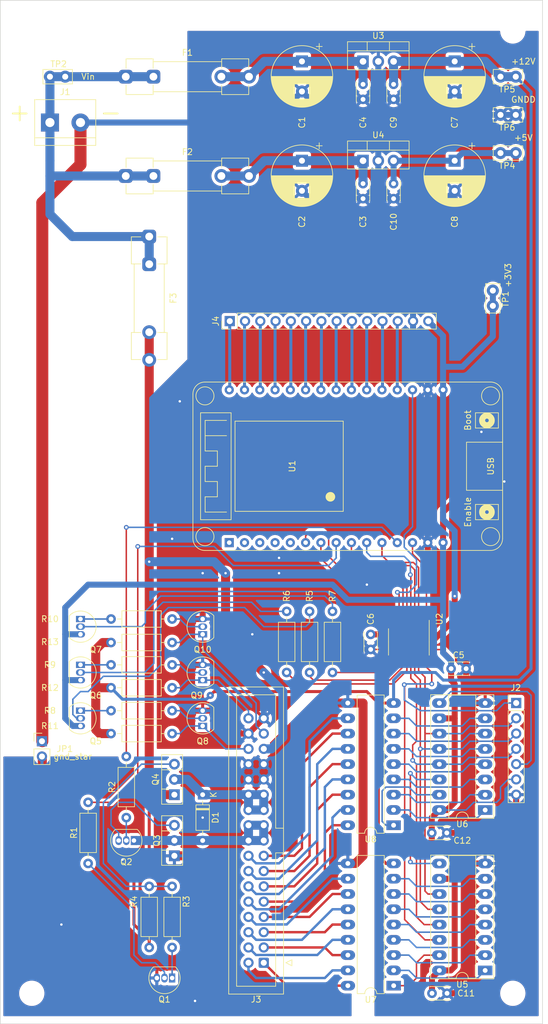
<source format=kicad_pcb>
(kicad_pcb (version 20211014) (generator pcbnew)

  (general
    (thickness 1.6)
  )

  (paper "A4")
  (layers
    (0 "F.Cu" signal)
    (31 "B.Cu" signal)
    (32 "B.Adhes" user "B.Adhesive")
    (33 "F.Adhes" user "F.Adhesive")
    (34 "B.Paste" user)
    (35 "F.Paste" user)
    (36 "B.SilkS" user "B.Silkscreen")
    (37 "F.SilkS" user "F.Silkscreen")
    (38 "B.Mask" user)
    (39 "F.Mask" user)
    (40 "Dwgs.User" user "User.Drawings")
    (41 "Cmts.User" user "User.Comments")
    (42 "Eco1.User" user "User.Eco1")
    (43 "Eco2.User" user "User.Eco2")
    (44 "Edge.Cuts" user)
    (45 "Margin" user)
    (46 "B.CrtYd" user "B.Courtyard")
    (47 "F.CrtYd" user "F.Courtyard")
    (48 "B.Fab" user)
    (49 "F.Fab" user)
    (50 "User.1" user)
    (51 "User.2" user)
    (52 "User.3" user)
    (53 "User.4" user)
    (54 "User.5" user)
    (55 "User.6" user)
    (56 "User.7" user)
    (57 "User.8" user)
    (58 "User.9" user)
  )

  (setup
    (stackup
      (layer "F.SilkS" (type "Top Silk Screen"))
      (layer "F.Paste" (type "Top Solder Paste"))
      (layer "F.Mask" (type "Top Solder Mask") (thickness 0.01))
      (layer "F.Cu" (type "copper") (thickness 0.035))
      (layer "dielectric 1" (type "core") (thickness 1.51) (material "FR4") (epsilon_r 4.5) (loss_tangent 0.02))
      (layer "B.Cu" (type "copper") (thickness 0.035))
      (layer "B.Mask" (type "Bottom Solder Mask") (thickness 0.01))
      (layer "B.Paste" (type "Bottom Solder Paste"))
      (layer "B.SilkS" (type "Bottom Silk Screen"))
      (copper_finish "None")
      (dielectric_constraints no)
    )
    (pad_to_mask_clearance 0)
    (pcbplotparams
      (layerselection 0x00010fc_ffffffff)
      (disableapertmacros false)
      (usegerberextensions false)
      (usegerberattributes true)
      (usegerberadvancedattributes true)
      (creategerberjobfile true)
      (svguseinch false)
      (svgprecision 6)
      (excludeedgelayer true)
      (plotframeref false)
      (viasonmask false)
      (mode 1)
      (useauxorigin false)
      (hpglpennumber 1)
      (hpglpenspeed 20)
      (hpglpendiameter 15.000000)
      (dxfpolygonmode true)
      (dxfimperialunits true)
      (dxfusepcbnewfont true)
      (psnegative false)
      (psa4output false)
      (plotreference true)
      (plotvalue true)
      (plotinvisibletext false)
      (sketchpadsonfab false)
      (subtractmaskfromsilk false)
      (outputformat 1)
      (mirror false)
      (drillshape 1)
      (scaleselection 1)
      (outputdirectory "")
    )
  )

  (net 0 "")
  (net 1 "Net-(C1-Pad1)")
  (net 2 "GNDD")
  (net 3 "Net-(C2-Pad1)")
  (net 4 "VCC")
  (net 5 "+3V3")
  (net 6 "+12V")
  (net 7 "Vdrive")
  (net 8 "Clear")
  (net 9 "Vin")
  (net 10 "Vflipdot")
  (net 11 "sr_data")
  (net 12 "sr_clk")
  (net 13 "sr_latch")
  (net 14 "sr_oe")
  (net 15 "Net-(J2-Pad5)")
  (net 16 "Y0")
  (net 17 "Y1")
  (net 18 "Y2")
  (net 19 "Y3")
  (net 20 "Y4")
  (net 21 "Y5")
  (net 22 "Y6")
  (net 23 "Y7")
  (net 24 "Y8")
  (net 25 "Y9")
  (net 26 "YA")
  (net 27 "YB")
  (net 28 "YC")
  (net 29 "YD")
  (net 30 "YE")
  (net 31 "YF")
  (net 32 "GNDPWR")
  (net 33 "data")
  (net 34 "reset")
  (net 35 "clock")
  (net 36 "Net-(Q1-Pad1)")
  (net 37 "Net-(Q1-Pad2)")
  (net 38 "Net-(Q2-Pad2)")
  (net 39 "Net-(Q2-Pad3)")
  (net 40 "Net-(Q4-Pad3)")
  (net 41 "Net-(Q5-Pad1)")
  (net 42 "Net-(Q5-Pad2)")
  (net 43 "Net-(Q6-Pad1)")
  (net 44 "Net-(Q6-Pad2)")
  (net 45 "Net-(Q7-Pad1)")
  (net 46 "Net-(Q7-Pad2)")
  (net 47 "Net-(Q8-Pad2)")
  (net 48 "Net-(Q9-Pad2)")
  (net 49 "Net-(Q10-Pad2)")
  (net 50 "sig_drive")
  (net 51 "sig_clear")
  (net 52 "sig_data")
  (net 53 "sig_clock")
  (net 54 "sig_reset")
  (net 55 "unconnected-(U1-Pad1)")
  (net 56 "unconnected-(U1-Pad2)")
  (net 57 "unconnected-(U1-Pad3)")
  (net 58 "unconnected-(U1-Pad4)")
  (net 59 "unconnected-(U1-Pad5)")
  (net 60 "Net-(U1-Pad6)")
  (net 61 "Net-(U1-Pad7)")
  (net 62 "Net-(U1-Pad9)")
  (net 63 "Net-(U1-Pad10)")
  (net 64 "Net-(U1-Pad11)")
  (net 65 "Net-(U1-Pad13)")
  (net 66 "Net-(U1-Pad18)")
  (net 67 "/p19")
  (net 68 "/p20")
  (net 69 "/p21")
  (net 70 "/p22")
  (net 71 "/p23")
  (net 72 "/p24")
  (net 73 "/p25")
  (net 74 "/p26")
  (net 75 "/p27")
  (net 76 "/p28")
  (net 77 "/p29")
  (net 78 "/p30")
  (net 79 "unconnected-(U2-Pad9)")
  (net 80 "unconnected-(U2-Pad12)")
  (net 81 "Net-(U5-Pad1)")
  (net 82 "Net-(U5-Pad2)")
  (net 83 "Net-(U5-Pad3)")
  (net 84 "Net-(U5-Pad4)")
  (net 85 "Net-(U5-Pad5)")
  (net 86 "Net-(U5-Pad6)")
  (net 87 "Net-(U5-Pad7)")
  (net 88 "Net-(U5-Pad9)")
  (net 89 "Net-(U5-Pad15)")
  (net 90 "Net-(U6-Pad1)")
  (net 91 "Net-(U6-Pad2)")
  (net 92 "Net-(U6-Pad3)")
  (net 93 "Net-(U6-Pad4)")
  (net 94 "Net-(U6-Pad5)")
  (net 95 "Net-(U6-Pad6)")
  (net 96 "Net-(U6-Pad7)")
  (net 97 "Net-(U6-Pad15)")

  (footprint "Package_DIP:DIP-18_W7.62mm_LongPads" (layer "F.Cu") (at 90.185 189.23 180))

  (footprint "Capacitor_THT:CP_Radial_D10.0mm_P5.00mm" (layer "F.Cu") (at 74.93 52.07 -90))

  (footprint "Package_TO_SOT_THT:TO-92_Inline" (layer "F.Cu") (at 46.99 165.1 180))

  (footprint "Fuse:Fuseholder_Clip-5x20mm_Littelfuse_100_Inline_P20.50x4.60mm_D1.30mm_Horizontal" (layer "F.Cu") (at 45.63 54.61))

  (footprint "Capacitor_THT:C_Disc_D3.0mm_W2.0mm_P2.50mm" (layer "F.Cu") (at 96.52 163.83))

  (footprint "Package_DIP:DIP-18_W7.62mm_LongPads" (layer "F.Cu") (at 90.17 162.56 180))

  (footprint "Capacitor_THT:C_Disc_D3.0mm_W2.0mm_P2.50mm" (layer "F.Cu") (at 86.36 130.83 -90))

  (footprint "Resistor_THT:R_Axial_DIN0207_L6.3mm_D2.5mm_P10.16mm_Horizontal" (layer "F.Cu") (at 76.2 137.16 90))

  (footprint "Package_TO_SOT_THT:TO-92_Inline" (layer "F.Cu") (at 58.42 130.81 90))

  (footprint "Resistor_THT:R_Axial_DIN0207_L6.3mm_D2.5mm_P10.16mm_Horizontal" (layer "F.Cu") (at 39.37 168.91 90))

  (footprint "MountingHole:MountingHole_3.2mm_M3" (layer "F.Cu") (at 110 30.5))

  (footprint "Capacitor_THT:CP_Radial_D10.0mm_P5.00mm" (layer "F.Cu") (at 74.93 35.56 -90))

  (footprint "Package_TO_SOT_THT:TO-92_Inline" (layer "F.Cu") (at 38.1 143.51 -90))

  (footprint "Resistor_THT:R_Axial_DIN0207_L6.3mm_D2.5mm_P10.16mm_Horizontal" (layer "F.Cu") (at 43.18 128.27))

  (footprint "Resistor_THT:R_Axial_DIN0207_L6.3mm_D2.5mm_P10.16mm_Horizontal" (layer "F.Cu") (at 53.34 172.72 -90))

  (footprint "Resistor_THT:R_Axial_DIN0207_L6.3mm_D2.5mm_P10.16mm_Horizontal" (layer "F.Cu") (at 43.18 139.7))

  (footprint "Resistor_THT:R_Axial_DIN0207_L6.3mm_D2.5mm_P10.16mm_Horizontal" (layer "F.Cu") (at 72.39 137.16 90))

  (footprint "Package_TO_SOT_THT:TO-126-3_Vertical" (layer "F.Cu") (at 53.715 167.64 90))

  (footprint "Resistor_THT:R_Axial_DIN0207_L6.3mm_D2.5mm_P10.16mm_Horizontal" (layer "F.Cu") (at 45.72 161.29 90))

  (footprint "Package_TO_SOT_THT:TO-92_Inline" (layer "F.Cu") (at 38.1 128.27 -90))

  (footprint "TestPoint:TestPoint_Bridge_Pitch2.54mm_Drill1.0mm" (layer "F.Cu") (at 107.95 50.8))

  (footprint "Resistor_THT:R_Axial_DIN0207_L6.3mm_D2.5mm_P10.16mm_Horizontal" (layer "F.Cu") (at 80.01 137.16 90))

  (footprint "Fuse:Fuseholder_Clip-5x20mm_Littelfuse_100_Inline_P20.50x4.60mm_D1.30mm_Horizontal" (layer "F.Cu") (at 49.53 64.68 -90))

  (footprint "Package_SO:TSSOP-20_4.4x6.5mm_P0.65mm" (layer "F.Cu") (at 92.71 132.08 -90))

  (footprint "Package_TO_SOT_THT:TO-92_Inline" (layer "F.Cu") (at 58.42 138.43 90))

  (footprint "Resistor_THT:R_Axial_DIN0207_L6.3mm_D2.5mm_P10.16mm_Horizontal" (layer "F.Cu") (at 43.18 143.51))

  (footprint "TestPoint:TestPoint_Bridge_Pitch2.54mm_Drill1.0mm" (layer "F.Cu") (at 107.95 38.1))

  (footprint "Package_TO_SOT_THT:TO-220-3_Vertical" (layer "F.Cu") (at 85.09 35.56))

  (footprint "Package_TO_SOT_THT:TO-92_Inline" (layer "F.Cu") (at 38.1 135.89 -90))

  (footprint "Resistor_THT:R_Axial_DIN0207_L6.3mm_D2.5mm_P10.16mm_Horizontal" (layer "F.Cu") (at 43.18 135.89))

  (footprint "Package_DIP:DIP-16_W7.62mm_Socket_LongPads" (layer "F.Cu") (at 105.4 186.7 180))

  (footprint "Package_TO_SOT_THT:TO-126-3_Vertical" (layer "F.Cu") (at 53.715 157.48 90))

  (footprint "Diode_THT:D_DO-35_SOD27_P7.62mm_Horizontal" (layer "F.Cu") (at 58.42 157.48 -90))

  (footprint "Resistor_THT:R_Axial_DIN0207_L6.3mm_D2.5mm_P10.16mm_Horizontal" (layer "F.Cu") (at 43.18 147.32))

  (footprint "Connector_IDC:IDC-Header_2x17_P2.54mm_Vertical" (layer "F.Cu")
    (tedit 5EAC9A07) (tstamp 8b62ae23-4838-4e53-a756-584183d130f4)
    (at 68.58 185.42 180)
    (descr "Through hole IDC box header, 2x17, 2.54mm pitch, DIN 41651 / IEC 60603-13, double rows, https://docs.google.com/spreadsheets/d/16SsEcesNF15N3Lb4niX7dcUr-NY5_MFPQhobNuNppn4/edit#gid=0")
    (tags "Through hole vertical IDC box header THT 2x17 2.54mm double row")
    (property "Sheetfile" "driverboardAnnax37623.kicad_sch")
    (property "Sheetname" "")
    (path "/beb64eba-eadc-4f05-81a7-b21abbe62850")
    (attr through_hole)
    (fp_text reference "J3" (at 1.27 -6.1) (layer "F.SilkS")
      (effects (font (size 1 1) (thickness 0.15)))
      (tstamp 689deca3-5466-491c-a9a3-53d98fd87efe)
    )
    (fp_text value "Conn_02x17_Odd_Even" (at 1.27 46.74) (layer "F.Fab")
      (effects (font (size 1 1) (thickness 0.15)))
      (tstamp 4941fc45-0972-4759-a2f9-60ca23500b3f)
    )
    (fp_text user "${REFERENCE}" (at 1.27 20.32 90) (layer "F.Fab")
      (effects (font (size 1 1) (thickness 0.15)))
      (tstamp e86b1c88-4780-40a8-9538-323b461addda)
    )
    (fp_line (start -1.98 22.37) (end -3.29 22.37) (layer "F.SilkS") (width 0.12) (tstamp 09b4e644-8cf4-4826-bd49-6eb1b6f696cc))
    (fp_line (start 5.83 45.85) (end -3.29 45.85) (layer "F.SilkS") (width 0.12) (tstamp 0b8a2ba5-bb99-4353-bacd-83620020f8df))
    (fp_line (start -3.29 -5.21) (end 5.83 -5.21) (layer "F.SilkS") (width 0.12) (tstamp 2752da1b-1da7-486d-9bcf-2b7325d23ac8))
    (fp_line (start -3.29 18.27) (end -1.98 18.27) (layer "F.SilkS") (width 0.12) (tstamp 2e817a7c-1714-441b-bd67-de5b2e9c3854))
    (fp_line (start -4.68 0.5) (end -3.68 0) (layer "F.SilkS") (width 0.12) (tstamp 3b6da6f8-981a-4c24-a56c-c7a280ad9615))
    (fp_line (start 4.52 44.55) (end -1.98 44.55) (layer "F.SilkS") (width 0.12) (tstamp 4faf6ac5-946b-4236-8988-af71b0d1eb98))
    (fp_line (start -3.29 45.85) (end -3.29 -5.21) (layer "F.SilkS") (width 0.12) (tstamp 54ea9454-4752-410d-af9f-f754ce1b28f0))
    (fp_line (start -3.68 0) (end -4.68 -0.5) (layer "F.SilkS") (width 0.12) (tstamp 9cae035c-0533-4720-816a-57923c00a526))
    (fp_line (start 4.52 -3.91) (end 4.52 44.55) (layer "F.SilkS") (width 0.12) (tstamp a6765332-443a-43f0-8a38-47964de6d3bf))
    (fp_line (start -1.98 -3.91) (end 4.52 -3.91) (layer "F.SilkS") (width 0.12) (tstamp a921a24f-8b7b-4f6a-b984-7bd16658cca5))
    (fp_line (start -4.68 -0.5) (end -4.68 0.5) (layer "F.SilkS") (width 0.12) (tstamp c2d9448e-6a29-46c8-8bac-3b84486c410d))
    (fp_line (start -1.98 22.37) (end -1.98 22.37) (layer "F.SilkS") (width 0.12) (tstamp c907d2d2-68fb-4370-87bb-6d10145c281e))
    (fp_line (start -1.98 18.27) (end -1.98 -3.91) (layer "F.SilkS") (width 0.12) (tstamp ce721a5e-1667-4724-aba5-9930f72e03d7))
    (fp_line (start 5.83 -5.21) (end 5.83 45.85) (layer "F.SilkS") (width 0.12) (tstamp dbc3feba-6f30-46c8-9e03-1ad5a95caa50))
    (fp_line (start -1.98 44.55) (end -1.98 22.37) (layer "F.SilkS") (width 0.12) (tstamp ea26dbfb-31b0-439e-92d1-d9ef9fb63398))
    (fp_line (start 6.22 46.24) (end 6.22 -5.6) (layer "F.CrtYd") (width 0.05) (tstamp 884f13d5-e452-4b1e-b559-c26661d129ab))
    (fp_line (start -3.68 46.24) (end 6.22 46.24) (layer "F.CrtYd") (width 0.05) (tstamp a239f5c7-5216-4d11-803a-6b81e195d273))
    (fp_line (start 6.22 -5.6) (end -3.68 -5.6) (layer "F.CrtYd") (width 0.05) (tstamp e8b52bd1-54fe-4aa8-af3c-726e37f16122))
    (fp_line (start -3.68 -5.6) (end -3.68 46.24) (layer "F.CrtYd") (width 0.05) (tstamp fc2c7c44-3198-4a77-9409-7922e249fa44))
    (fp_line (start -3.18 45.74) (end -3.18 -4.1) (layer "F.Fab") (width 0.1) (tstamp 28cceb28-e0ad-41d8-9bd6-a10c652296e3))
    (fp_line (start -1.98 -3.91) (end 4.52 -3.91) (layer "F.Fab") (width 0.1) (tstamp 35d4b408-dc22-4a92-b526-9a9db4eb1894))
    (fp_line (start 4.52 44.55) (end -1.98 44.55) (layer "F.Fab") (width 0.1) (tstamp 3f652f68-88ad-4fca-a4bb-4d983a6d6fd0))
    (fp_line (start -1.98 18.27) (end -1.98 -3.91) (layer "F.Fab") (width 0.1) (tstamp 50f2c929-6656-4132-bac5-8eef13471ce1))
    (fp_line (start 5.72 -5.1) (end 5.72 45.74) (layer "F.Fab") (width 0.1) (tstamp 5f9edd96-4e90-4234-97e5-c49fde07029c))
    (fp_line (start -1.98 22.37) (end -1.98 22.37) (layer "F.Fab") (width 0.1) (tstamp 62e9e221-baa3-4d3d-ba8f-3eccd009b996))
    (fp_line (start -3.18 -4.1) (end -2.18 -5.1) (layer "F.Fab") (width 0.1) (tstamp 71362ec6-72a2-4443-9909-0684ec24a695))
    (fp_line (start -1.98 22.37) (end -3.18 22.37) (layer "F.Fab") (width 0.1) (tstamp 8b7e0e87-7961-4145-b1d6-f025d7a217ed))
    (fp_line (start 5.72 45.74) (end -3.18 45.74) (layer "F.Fab") (width 0.1) (tstamp a3bb280e-5ac0-4c90-903f-61554aa782f5))
    (fp_line (start -2.18 -5.1) (end 5.72 -5.1) (layer "F.Fab") (width 0.1) (tstamp a58dc926-f232-4008-ab50-60eb88ac28f6))
    (fp_line (start 4.52 -3.91) (end 4.52 44.55) (layer "F.Fab") (width 0.1) (tstamp cce102d5-825e-4fdb-9651-255ec30bee17))
    (fp_line (start -1.98 44.55) (end -1.98 22.37) (layer "F.Fab") (width 0.1) (tstamp f18fd787-7fa7-4f43-b82e-3eb4665440eb))
    (fp_line (start -3.18 18.27) (end -1.98 18.27) (layer "F.Fab") (width 0.1) (tstamp fca77d92-b34a-4ded-b6d8-fda953a75497))
    (pad "1" thru_hole roundrect (at 0 0 180) (size 1.7 1.7) (drill 1) (layers *.Cu *.Mask) (roundrect_rratio 0.147059)
      (net 16 "Y0") (pinfunction "Pin_1") (pintype "passive") (tstamp 60cf0d44-f5f4-45ba-90bc-0562ace737ea))
    (pad "2" thru_hole circle (at 2.54 0 180) (size 1.7 1.7) (drill 1) (layers *.Cu *.Mask)
      (net 17 "Y1") (pinfunction "Pin_2") (pintype "passive") (tstamp cf133f88-09af-4e0e-aa5c-9650b455c371))
    (pad "3" thru_hole circle (at 0 2.54 180) (size 1.7 1.7) (drill 1) (layers *.Cu *.Mask)
      (net 18 "Y2") (pinfunction "Pin_3") (pintype "passive") (tstamp 0a284cff-5f39-491c-9c7b-472f383e3374))
    (pad "4" thru_hole circle (at 2.54 2.54 180) (size 1.7 1.7) (drill 1) (layers *.Cu *.Mask)
      (net 19 "Y3") (pinfunction "Pin_4") (pintype "passive") (tstamp 2c13039f-5d9b-4048-bc24-31f7e38191fe))
    (pad "5" thru_hole circle (at 0 5.08 180) (size 1.7 1.7) (drill 1) (layers *.Cu *.Mask)
      (net 20 "Y4") (pinfunction "Pin_5") (pintype "passive") (tstamp 2c5816a0-c32b-41e5-bba4-4f5e1e6feba4))
    (pad "6" thru_hole circle (at 2.54 5.08 180) (size 1.7 1.7) (drill 1) (layers *.Cu *.Mask)
      (net 21 "Y5") (pinfunction "Pin_6") (pintype "passive") (tstamp c1bd8d54-7dd2-4d04-918d-a074a85a8c0f))
    (pad "7" thru_hole circle (at 0 7.62 180) (size 1.7 1.7) (drill 1) (layers *.Cu *.Mask)
      (net 22 "Y6") (pinfunction "Pin_7") (pintype "passive") (tstamp 5dd67e29-d11b-43db-923f-a7d36b90d38e))
    (pad "8" thru_hole circle (at 2.54 7.62 180) (size 1.7 1.7) (drill 1) (layers *.Cu *.Mask)
      (net 23 "Y7") (pinfunction "Pin_8") (pintype "passive") (tstamp 83327f22-6eb7-4f31-b9e4-1fb28fbb1d92))
    (pad "9" thru_hole circle (at 0 10.16 180) (size 1.7 1.7) (drill 1) (layers *.Cu *.Mask)
      (net 24 "Y8") (pinfunction "Pin_9") (pintype "passive") (tstamp e1825a01-aadc-488f-aa57-15f0a72ef1a2))
    (pad "10" thru_hole circle (at 2.54 10.16 180) (size 1.7 1.7) (drill 1) (layers *.Cu *.Mask)
      (net 25 "Y9") (pinfunction "Pin_10") (pintype "passive") (tstamp 209aa7d2-c7c4-49eb-8bcf-a8387db04da4))
    (pad "11" thru_hole circle (at 0 12.7 180) (size 1.7 1.7) (drill 1) (layers *.Cu *.Mask)
      (net 26 "YA") (pinfunction "Pin_11") (pintype "passive") (tstamp 280f7e6f-a772-41c5-9ceb-829cf26bbfca))
    (pad "12" thru_hole circle (at 2.54 12.7 180) (size 1.7 1.7) (drill 1) (layers *.Cu *.Mask)
      (net 27 "YB") (pinfunction "Pin_12") (pintype "passive") (tstamp 1d5ae89a-f2f3-4d3b-94ac-6bd03e8c11f8))
    (pad "13" thru_hole circle (at 0 15.24 180) (size 1.7 1.7) (drill 1) (layers *.Cu *.Mask)
      (net 28 "YC") (pinfunction "Pin_13") (pintype "passive") (tstamp 3b2b9fd3-6da3-44e6-b11b-b1eed64f2bba))
    (pad "14" thru_hole circle (at 2.54 15.24 180) (size 1.7 1.7) (drill 1) (layers *.Cu *.Mask)
      (net 29 "YD") (pinfunction "Pin_14") (pintype "passive") (tstamp 9fc0dd68-5e01-448b-ba4f-3567d90907e2))
    (pad "15" thru_hole circle (at 0 17.78 180) (size 1.7 1.7) (drill 1) (layers *.Cu *.Mask)
      (net 30 "YE") (pinfunction "Pin_15") (pintype "passive") (tstamp f3530a49-4d64-4e5f-bff3-9dd756bec156))
    (pad "16" thru_hole circle (at 2.54 17.78 180) (size 1.7 1.7) (drill 1) (layers *.Cu *.Mask)
      (net 31 "YF") (pinfunction "Pin_16") (pintype "passive") (tstamp 005ad5e8-e53e-41e6-a9b3-eb11abdd515c))
    (pad "17" thru_hole circle (at 0 20.32 180) (size 1.7 1.7) (drill 1) (layers *.Cu *.Mask)
      (net 8 "Clear") (pinfunction "Pin_17") (pintype "passive") (tstamp 0b66cb1e-e88b-4f24-8380-b2ee2cd82331))
    (pad "18" thru_hole circle (at 2.54 20.32 180) (size 1.7 1.7) (drill 1) (layers *.Cu *.Mask)
      (net 8 "Clear") (pinfunction "Pin_18") (pintype "passive") (tstamp 3292bbd1-9c3c-4d5b-8918-4ea37992f8ce))
    (pad "19" thru_hole circle (at 0 22.86 180) (size 1.7 1.7) (drill 1) (layers *.Cu *.Mask)
      (net 8 "Clear") (pinfunction "Pin_19") (pintype "passive") (tstamp e10d87f3-c607-4e75-af23-033c8dcaffb9))
    (pad "20" thru_hole circle (at 2.54 22.86 180) (size 1.7 1.7) (drill 1) (layers *.Cu *.Mask)
      (net 8 "Clear") (pinfunction "Pin_20") (pintype "passive") (tstamp 1685cf40-a85a-4b0f-8e48-9b61b8805742))
    (pad "21" thru_hole circle (at 0 25.4 180) (size 1.7 1.7) (drill 1) (layers *.Cu *.Mask)
      (net 7 "Vdrive") (pinfunction "Pin_21") (pintype "passive") (tstamp 6d2fb650-1407-47ff-b32e-f3718d69c9d4))
    (pad "22" thru_hole circle (at 2.54 25.4 180) (size 1.7 1.7) (drill 1) (layers *.Cu *.Mask)
      (net 7 "Vdrive") (pinfunction "Pin_22") (pintype "passive") (tstamp fd95f9f1-355c-4664-8b3f-8ceb37e5365b))
    (pad "23" thru_hole circle (at 0 27.94 180) (size 1.7 1.7) (drill 1) (layers *.Cu *.Mask)
      (net 7 "Vdrive") (pinfunction "Pin_23") (pintype "passive") (tstamp 2a166515-214a-416e-8026-f00fb054ee4a))
    (pad "24" thru_hole circle (at 2.54 27.94 180) (size 1.7 1.7) (drill 1) (layers *.Cu *.Mask)
      (net 7 "Vdrive") (pinfunction "Pin_24") (pintype "passive") (tstamp c9ec3ee6-edc6-4d7f-8e50-32e3f116f410))
    (pad "25" thru_hole circle (at 0 30.48 180) (size 1.7 1.7) (drill 1) (layers *.Cu *.Mask)
      (net 32 "GNDPWR") (pinfunction "Pin_25") (pintype "passive") (tstamp 12699505-1c8c-4e01-b98f-c083e94a3686))
    (pad "26" thru_hole circle (at 2.54 30.48 180) (size 1.7 1.7) (drill 1) (layers *.Cu *.Mask)
      (net 32 "GNDPWR") (pinfunction "Pin_26") (pintype "passive") (tstamp 5418160b-b1dd-4f16-9b17-b1c6e7a9dab3))
    (pad "27" thru_hole circle (at 0 33.02 180) (size 1.7 1.7) (drill 1) (layers *.Cu *.Mask)
      (net 32 "GNDPWR") (pinfunction "Pin_27") (pintype "passive") (tstamp 6643960a-716f-4513-b5f5-83acb84cb3cd))
    (pad "28" thru_hole circle (at 2.54 33.02 180) (size 1.7 1.7) (drill 1) (layers *.Cu *.Mask)
      (net 32 "GNDPWR") (pinfunction "Pin_28") (pintype "passive") (tstamp d22a747a-a3f2-49bd-9629-f862320aeb8b))
    (pad "29" thru_hole circle (at 0 35.56 180) (size 1.7 1.7) (drill 1) (layers *.Cu *.Mask)
      (net 10 "Vflipdot") (pinfunction "Pin_29") (pintype "passive") (tstamp 085d3451-7f57-45dc-a406-086160865d51))
    (pad "30" thru_hole circle (at 2.54 35.56 180) (size 1.7 1.7) (drill 1) (layers *.Cu *.Mask)
      (net 33 "data") (pinfunction "Pin_30") (pintype "passive") (tstamp 42f8fa1d-940b-443d-9a39-6d7a6f24ec50))
    (pad "31" thru_hole circle (at 0 38.1 180) (size 1.7 1.7) (drill 1) (layers *.Cu *.Mask)
      (net 34 "reset") (pinfunction "Pin_
... [1293665 chars truncated]
</source>
